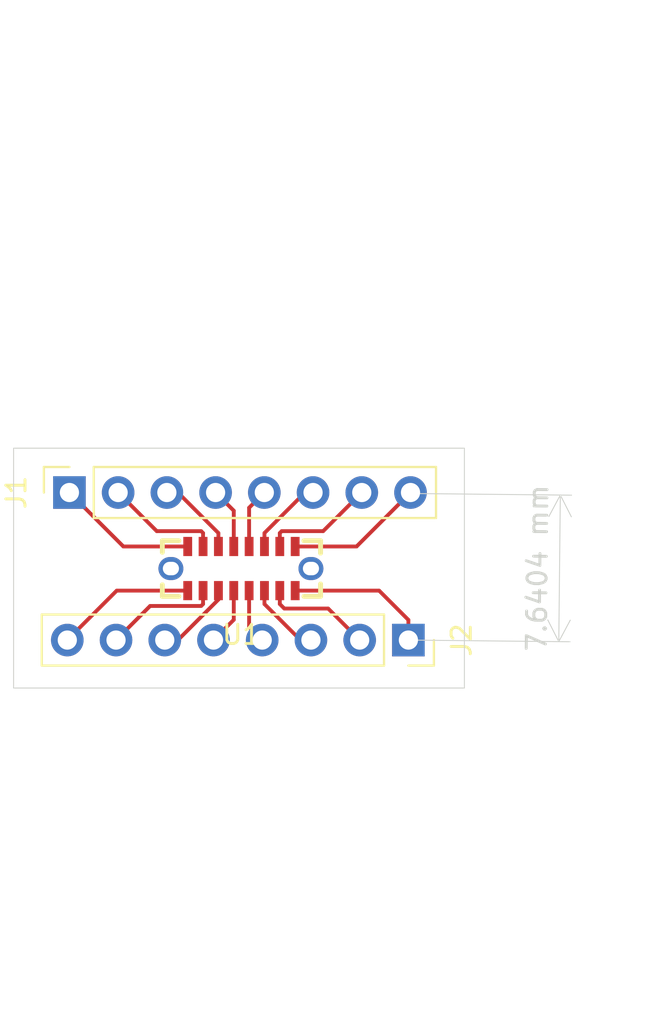
<source format=kicad_pcb>
(kicad_pcb (version 20240108) (generator "pcbnew") (generator_version "8.0")
  (layers (0 "F.Cu" signal) (31 "B.Cu" signal) (34 "B.Paste" user) (35 "F.Paste" user) (36 "B.SilkS" user "B.Silkscreen") (37 "F.SilkS" user "F.Silkscreen") (38 "B.Mask" user) (39 "F.Mask" user) (44 "Edge.Cuts" user))
  (net 0 "")
  (net 1 "Net-(J1-Pin_1)")
  (net 2 "Net-(J1-Pin_5)")
  (net 3 "Net-(J1-Pin_6)")
  (net 4 "Net-(J1-Pin_7)")
  (net 5 "Net-(J1-Pin_2)")
  (net 6 "Net-(J1-Pin_3)")
  (net 7 "Net-(J1-Pin_4)")
  (net 8 "Net-(J1-Pin_8)")
  (net 9 "Net-(J2-Pin_6)")
  (net 10 "Net-(J2-Pin_5)")
  (net 11 "Net-(J2-Pin_8)")
  (net 12 "Net-(J2-Pin_1)")
  (net 13 "Net-(J2-Pin_7)")
  (net 14 "Net-(J2-Pin_4)")
  (net 15 "Net-(J2-Pin_3)")
  (net 16 "Net-(J2-Pin_2)")
  (footprint "tc:USB-C-SMD_TC-005" (layer "F.Cu") (at 125.850026 63.272911 180)
    (property "Reference" "U1" (at -0.027521 -3.449987 180) (layer "F.SilkS"))
    (property "Value" "TC-005_C6332285")
    (fp_line (start 4.096977 1.451003) (end 3.234112 1.451003) (stroke (width 0.254001)) (layer "F.SilkS"))
    (fp_line (start 4.096977 0.847904) (end 4.096977 1.451003) (stroke (width 0.254001)) (layer "F.SilkS"))
    (fp_line (start 4.096977 -1.449987) (end 4.096977 -0.847879) (stroke (width 0.254001)) (layer "F.SilkS"))
    (fp_line (start 3.234112 -1.449987) (end 4.096977 -1.449987) (stroke (width 0.254001)) (layer "F.SilkS"))
    (fp_line (start -3.288164 1.451003) (end -4.152019 1.451003) (stroke (width 0.254001)) (layer "F.SilkS"))
    (fp_line (start -4.152019 1.451003) (end -4.152019 0.805029) (stroke (width 0.254001)) (layer "F.SilkS"))
    (fp_line (start -4.152019 -0.805004) (end -4.152019 -1.427991) (stroke (width 0.254001)) (layer "F.SilkS"))
    (fp_line (start -4.152019 -1.449987) (end -3.288164 -1.449987) (stroke (width 0.254001)) (layer "F.SilkS"))
    (fp_circle (center -4.125019 1.450013) (end -4.095022 1.450013) (stroke (width 0.059995)) (fill none) (layer "F.SilkS"))
    (pad "1" thru_hole oval (at -3.649987 0.000127 180) (size 1.3 1.2) (drill oval 0.840005 0.700025) (layers "*.Cu" "*.Mask"))
    (pad "2" thru_hole oval (at 3.650013 0.000127 180) (size 1.3 1.2) (drill oval 0.840005 0.700025) (layers "*.Cu" "*.Mask"))
    (pad "A1" smd rect (at -2.827026 1.149987 180) (size 0.459995 1) (layers "F.Cu" "F.Paste" "F.Mask") (net 8 "Net-(J1-Pin_8)"))
    (pad "A4" smd rect (at -2.026924 1.149987 180) (size 0.459995 1) (layers "F.Cu" "F.Paste" "F.Mask") (net 4 "Net-(J1-Pin_7)"))
    (pad "A5" smd rect (at -1.227076 1.149987 180) (size 0.459995 1) (layers "F.Cu" "F.Paste" "F.Mask") (net 3 "Net-(J1-Pin_6)"))
    (pad "A6" smd rect (at -0.426975 1.149987 180) (size 0.459995 1) (layers "F.Cu" "F.Paste" "F.Mask") (net 2 "Net-(J1-Pin_5)"))
    (pad "A7" smd rect (at 0.372873 1.149987 180) (size 0.459995 1) (layers "F.Cu" "F.Paste" "F.Mask") (net 7 "Net-(J1-Pin_4)"))
    (pad "A8" smd rect (at 1.172974 1.149987 180) (size 0.459995 1) (layers "F.Cu" "F.Paste" "F.Mask") (net 6 "Net-(J1-Pin_3)"))
    (pad "A9" smd rect (at 1.973076 1.149987 180) (size 0.459995 1) (layers "F.Cu" "F.Paste" "F.Mask") (net 5 "Net-(J1-Pin_2)"))
    (pad "A12" smd rect (at 2.772924 1.149987 180) (size 0.459995 1) (layers "F.Cu" "F.Paste" "F.Mask") (net 1 "Net-(J1-Pin_1)"))
    (pad "B1" smd rect (at 2.772924 -1.149987 180) (size 0.459995 1) (layers "F.Cu" "F.Paste" "F.Mask") (net 11 "Net-(J2-Pin_8)"))
    (pad "B4" smd rect (at 1.973076 -1.149987 180) (size 0.459995 1) (layers "F.Cu" "F.Paste" "F.Mask") (net 13 "Net-(J2-Pin_7)"))
    (pad "B5" smd rect (at 1.172974 -1.149987 180) (size 0.459995 1) (layers "F.Cu" "F.Paste" "F.Mask") (net 9 "Net-(J2-Pin_6)"))
    (pad "B6" smd rect (at 0.372873 -1.149987 180) (size 0.459995 1) (layers "F.Cu" "F.Paste" "F.Mask") (net 10 "Net-(J2-Pin_5)"))
    (pad "B7" smd rect (at -0.426975 -1.149987 180) (size 0.459995 1) (layers "F.Cu" "F.Paste" "F.Mask") (net 14 "Net-(J2-Pin_4)"))
    (pad "B8" smd rect (at -1.227076 -1.149987 180) (size 0.459995 1) (layers "F.Cu" "F.Paste" "F.Mask") (net 15 "Net-(J2-Pin_3)"))
    (pad "B9" smd rect (at -2.026924 -1.149987 180) (size 0.459995 1) (layers "F.Cu" "F.Paste" "F.Mask") (net 16 "Net-(J2-Pin_2)"))
    (pad "B12" smd rect (at -2.827026 -1.149987 180) (size 0.459995 1) (layers "F.Cu" "F.Paste" "F.Mask") (net 12 "Net-(J2-Pin_1)"))
  )
  (footprint "Connector_PinSocket_2.54mm:PinSocket_1x08_P2.54mm_Vertical" (layer "F.Cu") (at 116.91 59.31 90)
    (property "Reference" "J1" (at 0 -2.77 270) (layer "F.SilkS"))
    (property "Value" "Conn_01x08_Socket")
    (fp_line (start 1.33 -1.33) (end 1.33 0) (stroke (width 0.12)) (layer "F.SilkS"))
    (fp_line (start 0 -1.33) (end 1.33 -1.33) (stroke (width 0.12)) (layer "F.SilkS"))
    (fp_line (start 1.33 1.27) (end 1.33 19.11) (stroke (width 0.12)) (layer "F.SilkS"))
    (fp_line (start -1.33 1.27) (end 1.33 1.27) (stroke (width 0.12)) (layer "F.SilkS"))
    (fp_line (start -1.33 1.27) (end -1.33 19.11) (stroke (width 0.12)) (layer "F.SilkS"))
    (fp_line (start -1.33 19.11) (end 1.33 19.11) (stroke (width 0.12)) (layer "F.SilkS"))
    (pad "1" thru_hole rect (at 0 0 90) (size 1.7 1.7) (drill 1) (layers "*.Cu" "*.Mask") (net 1 "Net-(J1-Pin_1)"))
    (pad "2" thru_hole oval (at 0 2.54 90) (size 1.7 1.7) (drill 1) (layers "*.Cu" "*.Mask") (net 5 "Net-(J1-Pin_2)"))
    (pad "3" thru_hole oval (at 0 5.08 90) (size 1.7 1.7) (drill 1) (layers "*.Cu" "*.Mask") (net 6 "Net-(J1-Pin_3)"))
    (pad "4" thru_hole oval (at 0 7.62 90) (size 1.7 1.7) (drill 1) (layers "*.Cu" "*.Mask") (net 7 "Net-(J1-Pin_4)"))
    (pad "5" thru_hole oval (at 0 10.16 90) (size 1.7 1.7) (drill 1) (layers "*.Cu" "*.Mask") (net 2 "Net-(J1-Pin_5)"))
    (pad "6" thru_hole oval (at 0 12.7 90) (size 1.7 1.7) (drill 1) (layers "*.Cu" "*.Mask") (net 3 "Net-(J1-Pin_6)"))
    (pad "7" thru_hole oval (at 0 15.24 90) (size 1.7 1.7) (drill 1) (layers "*.Cu" "*.Mask") (net 4 "Net-(J1-Pin_7)"))
    (pad "8" thru_hole oval (at 0 17.78 90) (size 1.7 1.7) (drill 1) (layers "*.Cu" "*.Mask") (net 8 "Net-(J1-Pin_8)"))
  )
  (footprint "Connector_PinSocket_2.54mm:PinSocket_1x08_P2.54mm_Vertical" (layer "F.Cu") (at 134.58 67 -90)
    (property "Reference" "J2" (at 0 -2.77 90) (layer "F.SilkS"))
    (property "Value" "Conn_01x08_Socket")
    (fp_line (start -1.33 19.11) (end 1.33 19.11) (stroke (width 0.12)) (layer "F.SilkS"))
    (fp_line (start -1.33 1.27) (end -1.33 19.11) (stroke (width 0.12)) (layer "F.SilkS"))
    (fp_line (start -1.33 1.27) (end 1.33 1.27) (stroke (width 0.12)) (layer "F.SilkS"))
    (fp_line (start 1.33 1.27) (end 1.33 19.11) (stroke (width 0.12)) (layer "F.SilkS"))
    (fp_line (start 0 -1.33) (end 1.33 -1.33) (stroke (width 0.12)) (layer "F.SilkS"))
    (fp_line (start 1.33 -1.33) (end 1.33 0) (stroke (width 0.12)) (layer "F.SilkS"))
    (pad "1" thru_hole rect (at 0 0 270) (size 1.7 1.7) (drill 1) (layers "*.Cu" "*.Mask") (net 12 "Net-(J2-Pin_1)"))
    (pad "2" thru_hole oval (at 0 2.54 270) (size 1.7 1.7) (drill 1) (layers "*.Cu" "*.Mask") (net 16 "Net-(J2-Pin_2)"))
    (pad "3" thru_hole oval (at 0 5.08 270) (size 1.7 1.7) (drill 1) (layers "*.Cu" "*.Mask") (net 15 "Net-(J2-Pin_3)"))
    (pad "4" thru_hole oval (at 0 7.62 270) (size 1.7 1.7) (drill 1) (layers "*.Cu" "*.Mask") (net 14 "Net-(J2-Pin_4)"))
    (pad "5" thru_hole oval (at 0 10.16 270) (size 1.7 1.7) (drill 1) (layers "*.Cu" "*.Mask") (net 10 "Net-(J2-Pin_5)"))
    (pad "6" thru_hole oval (at 0 12.7 270) (size 1.7 1.7) (drill 1) (layers "*.Cu" "*.Mask") (net 9 "Net-(J2-Pin_6)"))
    (pad "7" thru_hole oval (at 0 15.24 270) (size 1.7 1.7) (drill 1) (layers "*.Cu" "*.Mask") (net 13 "Net-(J2-Pin_7)"))
    (pad "8" thru_hole oval (at 0 17.78 270) (size 1.7 1.7) (drill 1) (layers "*.Cu" "*.Mask") (net 11 "Net-(J2-Pin_8)"))
  )
  (gr_rect (start 114 57) (end 137.5 69.5) (stroke (width 0.05)) (fill none) (layer "Edge.Cuts"))
  (dimension (type aligned) (layer "Edge.Cuts") (pts (xy 134.66 59.36) (xy 134.58 67)) (height -7.84) (gr_text "7.6404 mm" (at 141.309633 63.250049 89.40006612) (layer "Edge.Cuts") (effects (font (size 1 1) (thickness 0.15)))) (format (prefix "") (suffix "") (units 3) (units_format 1) (precision 4)) (style (thickness 0.05) (arrow_length 1.27) (text_position_mode 0) (extension_height 0.58642) (extension_offset 0.5) keep_text_aligned))
  (segment (start 119.722924 62.122924) (end 116.91 59.31) (width 0.2) (layer "F.Cu") (net 1))
  (segment (start 123.077102 62.122924) (end 119.722924 62.122924) (width 0.2) (layer "F.Cu") (net 1))
  (segment (start 123.122924 62.122924) (end 123.077102 62.122924) (width 0.2) (layer "F.Cu") (net 1))
  (segment (start 116.29286 58.77286) (end 116.88 59.36) (width 0.2) (layer "F.Cu") (net 1))
  (segment (start 126.277001 62.122924) (end 126.277001 60.102999) (width 0.2) (layer "F.Cu") (net 2))
  (segment (start 126.277001 60.102999) (end 127.07 59.31) (width 0.2) (layer "F.Cu") (net 2))
  (segment (start 127.077102 62.122924) (end 127.077102 61.422924) (width 0.2) (layer "F.Cu") (net 3))
  (segment (start 129.190026 59.31) (end 129.61 59.31) (width 0.2) (layer "F.Cu") (net 3))
  (segment (start 127.077102 61.422924) (end 129.190026 59.31) (width 0.2) (layer "F.Cu") (net 3))
  (segment (start 127.87695 61.422924) (end 127.97695 61.322924) (width 0.2) (layer "F.Cu") (net 4))
  (segment (start 127.87695 62.122924) (end 127.87695 61.422924) (width 0.2) (layer "F.Cu") (net 4))
  (segment (start 130.137076 61.322924) (end 132.15 59.31) (width 0.2) (layer "F.Cu") (net 4))
  (segment (start 127.97695 61.322924) (end 130.137076 61.322924) (width 0.2) (layer "F.Cu") (net 4))
  (segment (start 123.87695 62.122924) (end 123.87695 61.422924) (width 0.2) (layer "F.Cu") (net 5))
  (segment (start 123.87695 61.422924) (end 123.77695 61.322924) (width 0.2) (layer "F.Cu") (net 5))
  (segment (start 123.77695 61.322924) (end 121.462924 61.322924) (width 0.2) (layer "F.Cu") (net 5))
  (segment (start 121.462924 61.322924) (end 119.45 59.31) (width 0.2) (layer "F.Cu") (net 5))
  (segment (start 122.564128 59.31) (end 121.99 59.31) (width 0.2) (layer "F.Cu") (net 6))
  (segment (start 124.677052 61.422924) (end 122.564128 59.31) (width 0.2) (layer "F.Cu") (net 6))
  (segment (start 124.677052 62.122924) (end 124.677052 61.422924) (width 0.2) (layer "F.Cu") (net 6))
  (segment (start 125.477153 60.257153) (end 124.53 59.31) (width 0.2) (layer "F.Cu") (net 7))
  (segment (start 125.477153 62.122924) (end 125.477153 60.257153) (width 0.2) (layer "F.Cu") (net 7))
  (segment (start 128.677052 62.122924) (end 131.877076 62.122924) (width 0.2) (layer "F.Cu") (net 8))
  (segment (start 131.877076 62.122924) (end 134.69 59.31) (width 0.2) (layer "F.Cu") (net 8))
  (segment (start 124.677052 64.422898) (end 124.677052 64.888481) (width 0.2) (layer "F.Cu") (net 9))
  (segment (start 124.677052 64.888481) (end 122.565533 67) (width 0.2) (layer "F.Cu") (net 9))
  (segment (start 122.565533 67) (end 121.88 67) (width 0.2) (layer "F.Cu") (net 9))
  (segment (start 125.477153 65.942847) (end 124.42 67) (width 0.2) (layer "F.Cu") (net 10))
  (segment (start 125.477153 64.422898) (end 125.477153 65.942847) (width 0.2) (layer "F.Cu") (net 10))
  (segment (start 123.077102 64.422898) (end 119.377102 64.422898) (width 0.2) (layer "F.Cu") (net 11))
  (segment (start 119.377102 64.422898) (end 116.8 67) (width 0.2) (layer "F.Cu") (net 11))
  (segment (start 134.58 65.95) (end 134.58 67) (width 0.2) (layer "F.Cu") (net 12))
  (segment (start 128.677052 64.422898) (end 133.052898 64.422898) (width 0.2) (layer "F.Cu") (net 12))
  (segment (start 133.052898 64.422898) (end 134.58 65.95) (width 0.2) (layer "F.Cu") (net 12))
  (segment (start 123.87695 65.122898) (end 123.77695 65.222898) (width 0.2) (layer "F.Cu") (net 13))
  (segment (start 121.117102 65.222898) (end 119.34 67) (width 0.2) (layer "F.Cu") (net 13))
  (segment (start 123.87695 64.422898) (end 123.87695 65.122898) (width 0.2) (layer "F.Cu") (net 13))
  (segment (start 123.77695 65.222898) (end 121.117102 65.222898) (width 0.2) (layer "F.Cu") (net 13))
  (segment (start 126.277001 64.422898) (end 126.277001 66.317001) (width 0.2) (layer "F.Cu") (net 14))
  (segment (start 126.277001 66.317001) (end 126.96 67) (width 0.2) (layer "F.Cu") (net 14))
  (segment (start 127.077102 64.422898) (end 127.077102 65.122898) (width 0.2) (layer "F.Cu") (net 15))
  (segment (start 128.954204 67) (end 129.5 67) (width 0.2) (layer "F.Cu") (net 15))
  (segment (start 127.077102 65.122898) (end 128.954204 67) (width 0.2) (layer "F.Cu") (net 15))
  (segment (start 127.87695 64.422898) (end 127.87695 65.122898) (width 0.2) (layer "F.Cu") (net 16))
  (segment (start 130.39706 65.35706) (end 132.04 67) (width 0.2) (layer "F.Cu") (net 16))
  (segment (start 128.111112 65.35706) (end 130.39706 65.35706) (width 0.2) (layer "F.Cu") (net 16))
  (segment (start 127.87695 65.122898) (end 128.111112 65.35706) (width 0.2) (layer "F.Cu") (net 16))
)
</source>
